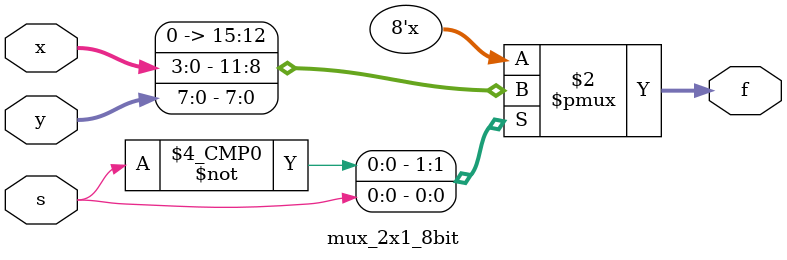
<source format=v>
`timescale 1ns / 1ps

module mux_2x1_8bit(
    input [3:0] x, 
    input [7:0] y,
    input s,
    output reg [7:0] f
    );
    
 always@(*)
    begin
        case(s)
            0:f={{4{0}},x};
            1:f=y;
        endcase
    end
    
endmodule

</source>
